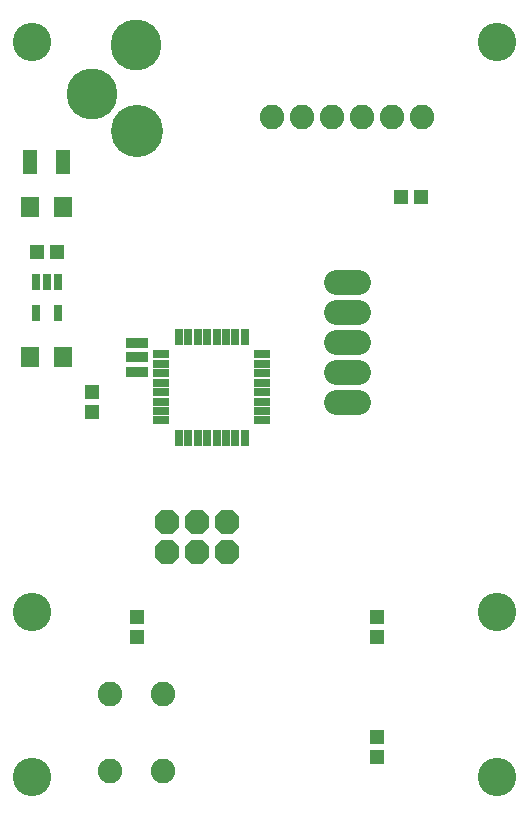
<source format=gbs>
G75*
G70*
%OFA0B0*%
%FSLAX24Y24*%
%IPPOS*%
%LPD*%
%AMOC8*
5,1,8,0,0,1.08239X$1,22.5*
%
%ADD10R,0.0474X0.0513*%
%ADD11R,0.0631X0.0710*%
%ADD12C,0.1740*%
%ADD13C,0.1700*%
%ADD14R,0.0580X0.0300*%
%ADD15R,0.0300X0.0580*%
%ADD16C,0.0820*%
%ADD17R,0.0749X0.0356*%
%ADD18OC8,0.0820*%
%ADD19R,0.0513X0.0474*%
%ADD20C,0.1280*%
%ADD21R,0.0474X0.0789*%
%ADD22R,0.0297X0.0552*%
%ADD23C,0.0820*%
D10*
X005160Y006325D03*
X005160Y006995D03*
X003660Y013825D03*
X003660Y014495D03*
X013160Y006995D03*
X013160Y006325D03*
X013160Y002995D03*
X013160Y002325D03*
D11*
X002711Y015660D03*
X001609Y015660D03*
X001609Y020660D03*
X002711Y020660D03*
D12*
X005160Y023196D03*
D13*
X003679Y024447D03*
X005150Y026079D03*
D14*
X005970Y015762D03*
X005970Y015447D03*
X005970Y015132D03*
X005970Y014817D03*
X005970Y014503D03*
X005970Y014188D03*
X005970Y013873D03*
X005970Y013558D03*
X009350Y013558D03*
X009350Y013873D03*
X009350Y014188D03*
X009350Y014503D03*
X009350Y014817D03*
X009350Y015132D03*
X009350Y015447D03*
X009350Y015762D03*
D15*
X008762Y016350D03*
X008447Y016350D03*
X008132Y016350D03*
X007817Y016350D03*
X007503Y016350D03*
X007188Y016350D03*
X006873Y016350D03*
X006558Y016350D03*
X006558Y012970D03*
X006873Y012970D03*
X007188Y012970D03*
X007503Y012970D03*
X007817Y012970D03*
X008132Y012970D03*
X008447Y012970D03*
X008762Y012970D03*
D16*
X006050Y004440D03*
X006050Y001880D03*
X004270Y001880D03*
X004270Y004440D03*
X009660Y023660D03*
X010660Y023660D03*
X011660Y023660D03*
X012660Y023660D03*
X013660Y023660D03*
X014660Y023660D03*
D17*
X005160Y016132D03*
X005160Y015660D03*
X005160Y015188D03*
D18*
X006160Y010160D03*
X006160Y009160D03*
X007160Y009160D03*
X007160Y010160D03*
X008160Y010160D03*
X008160Y009160D03*
D19*
X002495Y019160D03*
X001825Y019160D03*
X013975Y021010D03*
X014645Y021010D03*
D20*
X001660Y001660D03*
X001660Y007160D03*
X001660Y026160D03*
X017160Y026160D03*
X017160Y007160D03*
X017160Y001660D03*
D21*
X002711Y022160D03*
X001609Y022160D03*
D22*
X001786Y018172D03*
X002160Y018172D03*
X002534Y018172D03*
X002534Y017148D03*
X001786Y017148D03*
D23*
X011790Y017160D02*
X012530Y017160D01*
X012530Y016160D02*
X011790Y016160D01*
X011790Y015160D02*
X012530Y015160D01*
X012530Y014160D02*
X011790Y014160D01*
X011790Y018160D02*
X012530Y018160D01*
M02*

</source>
